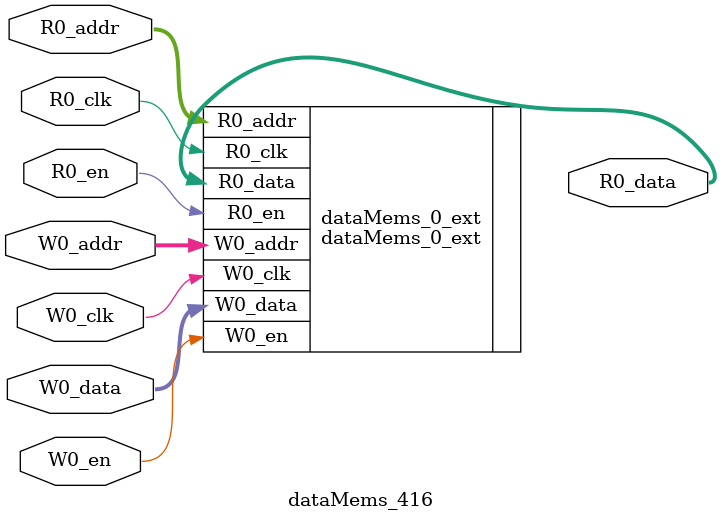
<source format=sv>
`ifndef RANDOMIZE
  `ifdef RANDOMIZE_REG_INIT
    `define RANDOMIZE
  `endif // RANDOMIZE_REG_INIT
`endif // not def RANDOMIZE
`ifndef RANDOMIZE
  `ifdef RANDOMIZE_MEM_INIT
    `define RANDOMIZE
  `endif // RANDOMIZE_MEM_INIT
`endif // not def RANDOMIZE

`ifndef RANDOM
  `define RANDOM $random
`endif // not def RANDOM

// Users can define 'PRINTF_COND' to add an extra gate to prints.
`ifndef PRINTF_COND_
  `ifdef PRINTF_COND
    `define PRINTF_COND_ (`PRINTF_COND)
  `else  // PRINTF_COND
    `define PRINTF_COND_ 1
  `endif // PRINTF_COND
`endif // not def PRINTF_COND_

// Users can define 'ASSERT_VERBOSE_COND' to add an extra gate to assert error printing.
`ifndef ASSERT_VERBOSE_COND_
  `ifdef ASSERT_VERBOSE_COND
    `define ASSERT_VERBOSE_COND_ (`ASSERT_VERBOSE_COND)
  `else  // ASSERT_VERBOSE_COND
    `define ASSERT_VERBOSE_COND_ 1
  `endif // ASSERT_VERBOSE_COND
`endif // not def ASSERT_VERBOSE_COND_

// Users can define 'STOP_COND' to add an extra gate to stop conditions.
`ifndef STOP_COND_
  `ifdef STOP_COND
    `define STOP_COND_ (`STOP_COND)
  `else  // STOP_COND
    `define STOP_COND_ 1
  `endif // STOP_COND
`endif // not def STOP_COND_

// Users can define INIT_RANDOM as general code that gets injected into the
// initializer block for modules with registers.
`ifndef INIT_RANDOM
  `define INIT_RANDOM
`endif // not def INIT_RANDOM

// If using random initialization, you can also define RANDOMIZE_DELAY to
// customize the delay used, otherwise 0.002 is used.
`ifndef RANDOMIZE_DELAY
  `define RANDOMIZE_DELAY 0.002
`endif // not def RANDOMIZE_DELAY

// Define INIT_RANDOM_PROLOG_ for use in our modules below.
`ifndef INIT_RANDOM_PROLOG_
  `ifdef RANDOMIZE
    `ifdef VERILATOR
      `define INIT_RANDOM_PROLOG_ `INIT_RANDOM
    `else  // VERILATOR
      `define INIT_RANDOM_PROLOG_ `INIT_RANDOM #`RANDOMIZE_DELAY begin end
    `endif // VERILATOR
  `else  // RANDOMIZE
    `define INIT_RANDOM_PROLOG_
  `endif // RANDOMIZE
`endif // not def INIT_RANDOM_PROLOG_

// Include register initializers in init blocks unless synthesis is set
`ifndef SYNTHESIS
  `ifndef ENABLE_INITIAL_REG_
    `define ENABLE_INITIAL_REG_
  `endif // not def ENABLE_INITIAL_REG_
`endif // not def SYNTHESIS

// Include rmemory initializers in init blocks unless synthesis is set
`ifndef SYNTHESIS
  `ifndef ENABLE_INITIAL_MEM_
    `define ENABLE_INITIAL_MEM_
  `endif // not def ENABLE_INITIAL_MEM_
`endif // not def SYNTHESIS

module dataMems_416(	// @[generators/ara/src/main/scala/UnsafeAXI4ToTL.scala:365:62]
  input  [4:0]  R0_addr,
  input         R0_en,
  input         R0_clk,
  output [66:0] R0_data,
  input  [4:0]  W0_addr,
  input         W0_en,
  input         W0_clk,
  input  [66:0] W0_data
);

  dataMems_0_ext dataMems_0_ext (	// @[generators/ara/src/main/scala/UnsafeAXI4ToTL.scala:365:62]
    .R0_addr (R0_addr),
    .R0_en   (R0_en),
    .R0_clk  (R0_clk),
    .R0_data (R0_data),
    .W0_addr (W0_addr),
    .W0_en   (W0_en),
    .W0_clk  (W0_clk),
    .W0_data (W0_data)
  );
endmodule


</source>
